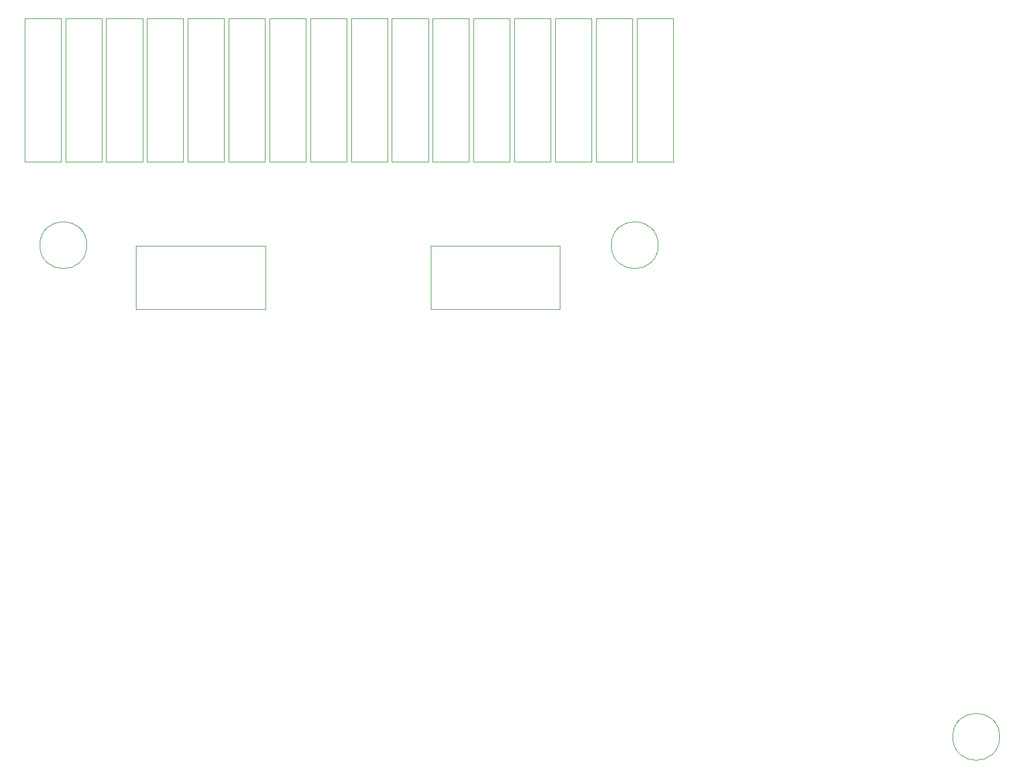
<source format=gbr>
G04 #@! TF.GenerationSoftware,KiCad,Pcbnew,(5.0.0)*
G04 #@! TF.CreationDate,2019-02-27T09:55:35+01:00*
G04 #@! TF.ProjectId,Potentiometer_mount_16LED,506F74656E74696F6D657465725F6D6F,rev?*
G04 #@! TF.SameCoordinates,Original*
G04 #@! TF.FileFunction,Other,User*
%FSLAX46Y46*%
G04 Gerber Fmt 4.6, Leading zero omitted, Abs format (unit mm)*
G04 Created by KiCad (PCBNEW (5.0.0)) date 02/27/19 09:55:35*
%MOMM*%
%LPD*%
G01*
G04 APERTURE LIST*
%ADD10C,0.050000*%
G04 APERTURE END LIST*
D10*
G04 #@! TO.C, LED 11*
X83950000Y-42200000D02*
X78600000Y-42200000D01*
X78600000Y-42200000D02*
X78600000Y-63250000D01*
X78600000Y-63250000D02*
X83950000Y-63250000D01*
X83950000Y-63250000D02*
X83950000Y-42200000D01*
G04 #@! TO.C,*
X111750000Y-75500000D02*
G75*
G03X111750000Y-75500000I-3450000J0D01*
G01*
X27750000Y-75500000D02*
G75*
G03X27750000Y-75500000I-3450000J0D01*
G01*
G04 #@! TO.C,LED 1*
X23950000Y-63250000D02*
X23950000Y-42200000D01*
X18600000Y-63250000D02*
X23950000Y-63250000D01*
X18600000Y-42200000D02*
X18600000Y-63250000D01*
X23950000Y-42200000D02*
X18600000Y-42200000D01*
G04 #@! TO.C,LED 2*
X29950000Y-42200000D02*
X24600000Y-42200000D01*
X24600000Y-42200000D02*
X24600000Y-63250000D01*
X24600000Y-63250000D02*
X29950000Y-63250000D01*
X29950000Y-63250000D02*
X29950000Y-42200000D01*
G04 #@! TO.C,LED 3*
X35950000Y-63250000D02*
X35950000Y-42200000D01*
X30600000Y-63250000D02*
X35950000Y-63250000D01*
X30600000Y-42200000D02*
X30600000Y-63250000D01*
X35950000Y-42200000D02*
X30600000Y-42200000D01*
G04 #@! TO.C,LED 4*
X41950000Y-42200000D02*
X36600000Y-42200000D01*
X36600000Y-42200000D02*
X36600000Y-63250000D01*
X36600000Y-63250000D02*
X41950000Y-63250000D01*
X41950000Y-63250000D02*
X41950000Y-42200000D01*
G04 #@! TO.C,LED 5*
X47950000Y-42200000D02*
X42600000Y-42200000D01*
X42600000Y-42200000D02*
X42600000Y-63250000D01*
X42600000Y-63250000D02*
X47950000Y-63250000D01*
X47950000Y-63250000D02*
X47950000Y-42200000D01*
G04 #@! TO.C,LED 6*
X53950000Y-63250000D02*
X53950000Y-42200000D01*
X48600000Y-63250000D02*
X53950000Y-63250000D01*
X48600000Y-42200000D02*
X48600000Y-63250000D01*
X53950000Y-42200000D02*
X48600000Y-42200000D01*
G04 #@! TO.C,LED 7*
X59950000Y-42200000D02*
X54600000Y-42200000D01*
X54600000Y-42200000D02*
X54600000Y-63250000D01*
X54600000Y-63250000D02*
X59950000Y-63250000D01*
X59950000Y-63250000D02*
X59950000Y-42200000D01*
G04 #@! TO.C,LED 8*
X65950000Y-63250000D02*
X65950000Y-42200000D01*
X60600000Y-63250000D02*
X65950000Y-63250000D01*
X60600000Y-42200000D02*
X60600000Y-63250000D01*
X65950000Y-42200000D02*
X60600000Y-42200000D01*
G04 #@! TO.C,LED 9*
X71950000Y-42200000D02*
X66600000Y-42200000D01*
X66600000Y-42200000D02*
X66600000Y-63250000D01*
X66600000Y-63250000D02*
X71950000Y-63250000D01*
X71950000Y-63250000D02*
X71950000Y-42200000D01*
G04 #@! TO.C,LED 10*
X77950000Y-63250000D02*
X77950000Y-42200000D01*
X72600000Y-63250000D02*
X77950000Y-63250000D01*
X72600000Y-42200000D02*
X72600000Y-63250000D01*
X77950000Y-42200000D02*
X72600000Y-42200000D01*
G04 #@! TO.C,LED 12*
X89950000Y-42200000D02*
X84600000Y-42200000D01*
X84600000Y-42200000D02*
X84600000Y-63250000D01*
X84600000Y-63250000D02*
X89950000Y-63250000D01*
X89950000Y-63250000D02*
X89950000Y-42200000D01*
G04 #@! TO.C,LED 13*
X95950000Y-42200000D02*
X90600000Y-42200000D01*
X90600000Y-42200000D02*
X90600000Y-63250000D01*
X90600000Y-63250000D02*
X95950000Y-63250000D01*
X95950000Y-63250000D02*
X95950000Y-42200000D01*
G04 #@! TO.C,LED 14*
X101950000Y-63250000D02*
X101950000Y-42200000D01*
X96600000Y-63250000D02*
X101950000Y-63250000D01*
X96600000Y-42200000D02*
X96600000Y-63250000D01*
X101950000Y-42200000D02*
X96600000Y-42200000D01*
G04 #@! TO.C,LED 15*
X107950000Y-42200000D02*
X102600000Y-42200000D01*
X102600000Y-42200000D02*
X102600000Y-63250000D01*
X102600000Y-63250000D02*
X107950000Y-63250000D01*
X107950000Y-63250000D02*
X107950000Y-42200000D01*
G04 #@! TO.C,LED 16*
X113950000Y-63250000D02*
X113950000Y-42200000D01*
X108600000Y-63250000D02*
X113950000Y-63250000D01*
X108600000Y-42200000D02*
X108600000Y-63250000D01*
X113950000Y-42200000D02*
X108600000Y-42200000D01*
G04 #@! TO.C,*
X161950000Y-147800000D02*
G75*
G03X161950000Y-147800000I-3450000J0D01*
G01*
G04 #@! TO.C,From Stimulator*
X35000000Y-75600000D02*
X35000000Y-84900000D01*
X35000000Y-84900000D02*
X54000000Y-84900000D01*
X54000000Y-84900000D02*
X54000000Y-75600000D01*
X54000000Y-75600000D02*
X35000000Y-75600000D01*
G04 #@! TO.C,To LED*
X97300000Y-75600000D02*
X78300000Y-75600000D01*
X97300000Y-84900000D02*
X97300000Y-75600000D01*
X78300000Y-84900000D02*
X97300000Y-84900000D01*
X78300000Y-75600000D02*
X78300000Y-84900000D01*
G04 #@! TD*
M02*

</source>
